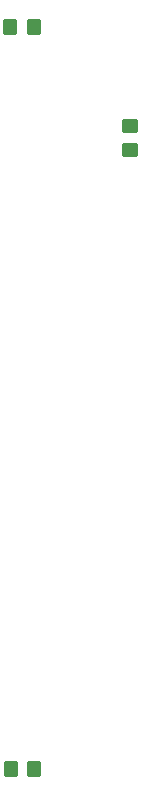
<source format=gbr>
%TF.GenerationSoftware,KiCad,Pcbnew,(6.0.6-0)*%
%TF.CreationDate,2023-02-15T09:52:43-08:00*%
%TF.ProjectId,le2-daq-new,6c65322d-6461-4712-9d6e-65772e6b6963,rev?*%
%TF.SameCoordinates,Original*%
%TF.FileFunction,Paste,Top*%
%TF.FilePolarity,Positive*%
%FSLAX46Y46*%
G04 Gerber Fmt 4.6, Leading zero omitted, Abs format (unit mm)*
G04 Created by KiCad (PCBNEW (6.0.6-0)) date 2023-02-15 09:52:43*
%MOMM*%
%LPD*%
G01*
G04 APERTURE LIST*
G04 Aperture macros list*
%AMRoundRect*
0 Rectangle with rounded corners*
0 $1 Rounding radius*
0 $2 $3 $4 $5 $6 $7 $8 $9 X,Y pos of 4 corners*
0 Add a 4 corners polygon primitive as box body*
4,1,4,$2,$3,$4,$5,$6,$7,$8,$9,$2,$3,0*
0 Add four circle primitives for the rounded corners*
1,1,$1+$1,$2,$3*
1,1,$1+$1,$4,$5*
1,1,$1+$1,$6,$7*
1,1,$1+$1,$8,$9*
0 Add four rect primitives between the rounded corners*
20,1,$1+$1,$2,$3,$4,$5,0*
20,1,$1+$1,$4,$5,$6,$7,0*
20,1,$1+$1,$6,$7,$8,$9,0*
20,1,$1+$1,$8,$9,$2,$3,0*%
G04 Aperture macros list end*
%ADD10RoundRect,0.250000X-0.350000X-0.450000X0.350000X-0.450000X0.350000X0.450000X-0.350000X0.450000X0*%
%ADD11RoundRect,0.250000X0.450000X-0.350000X0.450000X0.350000X-0.450000X0.350000X-0.450000X-0.350000X0*%
G04 APERTURE END LIST*
D10*
%TO.C,R2*%
X106966000Y-114856000D03*
X108966000Y-114856000D03*
%TD*%
D11*
%TO.C,R1*%
X117094000Y-62468000D03*
X117094000Y-60468000D03*
%TD*%
D10*
%TO.C,R3*%
X106950000Y-52070000D03*
X108950000Y-52070000D03*
%TD*%
M02*

</source>
